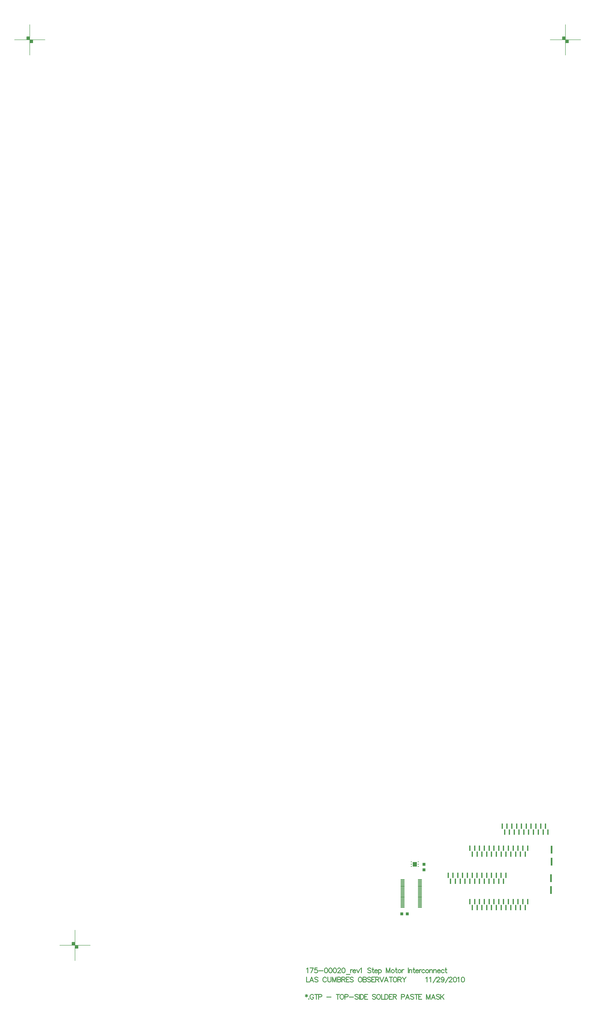
<source format=gtp>
%FSLAX23Y23*%
%MOIN*%
G70*
G01*
G75*
G04 Layer_Color=8421504*
%ADD10R,0.050X0.050*%
%ADD11R,0.030X0.125*%
%ADD12R,0.022X0.085*%
%ADD13O,0.024X0.010*%
%ADD14R,0.071X0.075*%
%ADD15O,0.069X0.012*%
%ADD16R,0.050X0.050*%
%ADD17C,0.030*%
%ADD18C,0.020*%
%ADD19C,0.010*%
%ADD20C,0.005*%
%ADD21C,0.012*%
%ADD22C,0.008*%
%ADD23C,0.012*%
%ADD24C,0.012*%
%ADD25C,0.134*%
%ADD26P,0.084X4X165.0*%
%ADD27C,0.059*%
%ADD28R,0.059X0.059*%
%ADD29R,0.059X0.059*%
%ADD30C,0.047*%
%ADD31C,0.024*%
%ADD32P,0.084X4X285.0*%
%ADD33C,0.050*%
%ADD34C,0.040*%
%ADD35C,0.174*%
%ADD36C,0.075*%
%ADD37C,0.087*%
G04:AMPARAMS|DCode=38|XSize=95.433mil|YSize=95.433mil|CornerRadius=0mil|HoleSize=0mil|Usage=FLASHONLY|Rotation=0.000|XOffset=0mil|YOffset=0mil|HoleType=Round|Shape=Relief|Width=10mil|Gap=10mil|Entries=4|*
%AMTHD38*
7,0,0,0.095,0.075,0.010,45*
%
%ADD38THD38*%
%ADD39C,0.068*%
G04:AMPARAMS|DCode=40|XSize=70mil|YSize=70mil|CornerRadius=0mil|HoleSize=0mil|Usage=FLASHONLY|Rotation=0.000|XOffset=0mil|YOffset=0mil|HoleType=Round|Shape=Relief|Width=10mil|Gap=10mil|Entries=4|*
%AMTHD40*
7,0,0,0.070,0.050,0.010,45*
%
%ADD40THD40*%
G04:AMPARAMS|DCode=41|XSize=88mil|YSize=88mil|CornerRadius=0mil|HoleSize=0mil|Usage=FLASHONLY|Rotation=0.000|XOffset=0mil|YOffset=0mil|HoleType=Round|Shape=Relief|Width=10mil|Gap=10mil|Entries=4|*
%AMTHD41*
7,0,0,0.088,0.068,0.010,45*
%
%ADD41THD41*%
%ADD42C,0.075*%
%ADD43C,0.010*%
%ADD44C,0.010*%
%ADD45C,0.024*%
%ADD46C,0.007*%
%ADD47C,0.008*%
%ADD48R,0.323X0.177*%
D10*
X40984Y21534D02*
D03*
Y21624D02*
D03*
D11*
X43060Y21399D02*
D03*
Y21203D02*
D03*
X43070Y21864D02*
D03*
Y21668D02*
D03*
D12*
X42481Y20917D02*
D03*
X42442Y21014D02*
D03*
X42402Y20917D02*
D03*
X42363Y21014D02*
D03*
X42324Y20917D02*
D03*
X42284Y21014D02*
D03*
X42245Y20917D02*
D03*
X42205Y21014D02*
D03*
X42166Y20917D02*
D03*
X42127Y21014D02*
D03*
X42087Y20917D02*
D03*
X42048Y21014D02*
D03*
X42009Y20917D02*
D03*
X41969Y21014D02*
D03*
X41930Y20917D02*
D03*
X41890Y21014D02*
D03*
X41851Y20917D02*
D03*
X41812Y21014D02*
D03*
X41772Y20917D02*
D03*
X41733Y21014D02*
D03*
X42560Y20917D02*
D03*
X42638D02*
D03*
X42520Y21014D02*
D03*
X42599D02*
D03*
X42678D02*
D03*
X42481Y21792D02*
D03*
X42442Y21889D02*
D03*
X42402Y21792D02*
D03*
X42363Y21889D02*
D03*
X42324Y21792D02*
D03*
X42284Y21889D02*
D03*
X42245Y21792D02*
D03*
X42205Y21889D02*
D03*
X42166Y21792D02*
D03*
X42127Y21889D02*
D03*
X42087Y21792D02*
D03*
X42048Y21889D02*
D03*
X42009Y21792D02*
D03*
X41969Y21889D02*
D03*
X41930Y21792D02*
D03*
X41890Y21889D02*
D03*
X41851Y21792D02*
D03*
X41812Y21889D02*
D03*
X41772Y21792D02*
D03*
X41733Y21889D02*
D03*
X42560Y21792D02*
D03*
X42638D02*
D03*
X42520Y21889D02*
D03*
X42599D02*
D03*
X42678D02*
D03*
X43009Y22152D02*
D03*
X42970Y22249D02*
D03*
X42931Y22152D02*
D03*
X42891Y22249D02*
D03*
X42852Y22152D02*
D03*
X42813Y22249D02*
D03*
X42773Y22152D02*
D03*
X42734Y22249D02*
D03*
X42694Y22152D02*
D03*
X42655Y22249D02*
D03*
X42616Y22152D02*
D03*
X42576Y22249D02*
D03*
X42537Y22152D02*
D03*
X42498Y22249D02*
D03*
X42458Y22152D02*
D03*
X42419Y22249D02*
D03*
X42379Y22152D02*
D03*
X42340Y22249D02*
D03*
X42301Y22152D02*
D03*
X42261Y22249D02*
D03*
X42126Y21347D02*
D03*
X42087Y21444D02*
D03*
X42047Y21347D02*
D03*
X42008Y21444D02*
D03*
X41969Y21347D02*
D03*
X41929Y21444D02*
D03*
X41890Y21347D02*
D03*
X41850Y21444D02*
D03*
X41811Y21347D02*
D03*
X41772Y21444D02*
D03*
X41732Y21347D02*
D03*
X41693Y21444D02*
D03*
X41654Y21347D02*
D03*
X41614Y21444D02*
D03*
X41575Y21347D02*
D03*
X41535Y21444D02*
D03*
X41496Y21347D02*
D03*
X41457Y21444D02*
D03*
X41417Y21347D02*
D03*
X41378Y21444D02*
D03*
X42205Y21347D02*
D03*
X42283D02*
D03*
X42165Y21444D02*
D03*
X42244D02*
D03*
X42323D02*
D03*
D13*
X40775Y21666D02*
D03*
Y21626D02*
D03*
Y21587D02*
D03*
X40890D02*
D03*
Y21626D02*
D03*
Y21666D02*
D03*
D14*
X40832Y21626D02*
D03*
D15*
X40632Y21375D02*
D03*
Y21355D02*
D03*
Y21336D02*
D03*
Y21316D02*
D03*
Y21296D02*
D03*
Y21276D02*
D03*
Y21257D02*
D03*
Y21237D02*
D03*
Y21217D02*
D03*
Y21198D02*
D03*
Y21178D02*
D03*
Y21158D02*
D03*
Y21139D02*
D03*
Y21119D02*
D03*
Y21099D02*
D03*
Y21080D02*
D03*
Y21060D02*
D03*
Y21040D02*
D03*
Y21021D02*
D03*
Y21001D02*
D03*
Y20981D02*
D03*
Y20962D02*
D03*
Y20942D02*
D03*
Y20922D02*
D03*
X40917Y21375D02*
D03*
Y21355D02*
D03*
Y21336D02*
D03*
Y21316D02*
D03*
Y21296D02*
D03*
Y21276D02*
D03*
Y21257D02*
D03*
Y21237D02*
D03*
Y21217D02*
D03*
Y21198D02*
D03*
Y21178D02*
D03*
Y21158D02*
D03*
Y21139D02*
D03*
X40917Y21119D02*
D03*
X40917Y21099D02*
D03*
Y21080D02*
D03*
Y21060D02*
D03*
Y21040D02*
D03*
Y21021D02*
D03*
Y21001D02*
D03*
Y20981D02*
D03*
Y20962D02*
D03*
Y20942D02*
D03*
Y20922D02*
D03*
D16*
X40710Y20816D02*
D03*
X40620D02*
D03*
D22*
X35245Y20325D02*
X35255D01*
X35245Y20320D02*
Y20330D01*
Y20320D02*
X35255D01*
Y20330D01*
X35245D02*
X35255D01*
X35240Y20315D02*
Y20330D01*
Y20315D02*
X35260D01*
Y20335D01*
X35240D02*
X35260D01*
X35235Y20310D02*
Y20335D01*
Y20310D02*
X35265D01*
Y20340D01*
X35235D02*
X35265D01*
X35230Y20305D02*
Y20345D01*
Y20305D02*
X35270D01*
Y20345D01*
X35230D02*
X35270D01*
X35295Y20275D02*
X35305D01*
X35295Y20270D02*
Y20280D01*
Y20270D02*
X35305D01*
Y20280D01*
X35295D02*
X35305D01*
X35290Y20265D02*
Y20280D01*
Y20265D02*
X35310D01*
Y20285D01*
X35290D02*
X35310D01*
X35285Y20260D02*
Y20285D01*
Y20260D02*
X35315D01*
Y20290D01*
X35285D02*
X35315D01*
X35280Y20255D02*
Y20295D01*
Y20255D02*
X35320D01*
Y20295D01*
X35280D02*
X35320D01*
X35275Y20250D02*
X35325D01*
Y20300D01*
X35225Y20350D02*
X35275D01*
X35225Y20300D02*
Y20350D01*
X35275Y20050D02*
Y20550D01*
X35025Y20300D02*
X35525D01*
X43265Y35125D02*
X43275D01*
X43265Y35120D02*
Y35130D01*
Y35120D02*
X43275D01*
Y35130D01*
X43265D02*
X43275D01*
X43260Y35115D02*
Y35130D01*
Y35115D02*
X43280D01*
Y35135D01*
X43260D02*
X43280D01*
X43255Y35110D02*
Y35135D01*
Y35110D02*
X43285D01*
Y35140D01*
X43255D02*
X43285D01*
X43250Y35105D02*
Y35145D01*
Y35105D02*
X43290D01*
Y35145D01*
X43250D02*
X43290D01*
X43315Y35075D02*
X43325D01*
X43315Y35070D02*
Y35080D01*
Y35070D02*
X43325D01*
Y35080D01*
X43315D02*
X43325D01*
X43310Y35065D02*
Y35080D01*
Y35065D02*
X43330D01*
Y35085D01*
X43310D02*
X43330D01*
X43305Y35060D02*
Y35085D01*
Y35060D02*
X43335D01*
Y35090D01*
X43305D02*
X43335D01*
X43300Y35055D02*
Y35095D01*
Y35055D02*
X43340D01*
Y35095D01*
X43300D02*
X43340D01*
X43295Y35050D02*
X43345D01*
Y35100D01*
X43245Y35150D02*
X43295D01*
X43245Y35100D02*
Y35150D01*
X43295Y34850D02*
Y35350D01*
X43045Y35100D02*
X43545D01*
X34505Y35125D02*
X34515D01*
X34505Y35120D02*
Y35130D01*
Y35120D02*
X34515D01*
Y35130D01*
X34505D02*
X34515D01*
X34500Y35115D02*
Y35130D01*
Y35115D02*
X34520D01*
Y35135D01*
X34500D02*
X34520D01*
X34495Y35110D02*
Y35135D01*
Y35110D02*
X34525D01*
Y35140D01*
X34495D02*
X34525D01*
X34490Y35105D02*
Y35145D01*
Y35105D02*
X34530D01*
Y35145D01*
X34490D02*
X34530D01*
X34555Y35075D02*
X34565D01*
X34555Y35070D02*
Y35080D01*
Y35070D02*
X34565D01*
Y35080D01*
X34555D02*
X34565D01*
X34550Y35065D02*
Y35080D01*
Y35065D02*
X34570D01*
Y35085D01*
X34550D02*
X34570D01*
X34545Y35060D02*
Y35085D01*
Y35060D02*
X34575D01*
Y35090D01*
X34545D02*
X34575D01*
X34540Y35055D02*
Y35095D01*
Y35055D02*
X34580D01*
Y35095D01*
X34540D02*
X34580D01*
X34535Y35050D02*
X34585D01*
Y35100D01*
X34485Y35150D02*
X34535D01*
X34485Y35100D02*
Y35150D01*
X34535Y34850D02*
Y35350D01*
X34285Y35100D02*
X34785D01*
D23*
X39062Y19780D02*
Y19700D01*
X39107D01*
X39177D02*
X39147Y19780D01*
X39116Y19700D01*
X39127Y19726D02*
X39166D01*
X39249Y19768D02*
X39241Y19776D01*
X39230Y19780D01*
X39215D01*
X39203Y19776D01*
X39196Y19768D01*
Y19761D01*
X39199Y19753D01*
X39203Y19749D01*
X39211Y19745D01*
X39234Y19738D01*
X39241Y19734D01*
X39245Y19730D01*
X39249Y19723D01*
Y19711D01*
X39241Y19704D01*
X39230Y19700D01*
X39215D01*
X39203Y19704D01*
X39196Y19711D01*
X39387Y19761D02*
X39383Y19768D01*
X39375Y19776D01*
X39368Y19780D01*
X39353D01*
X39345Y19776D01*
X39337Y19768D01*
X39334Y19761D01*
X39330Y19749D01*
Y19730D01*
X39334Y19719D01*
X39337Y19711D01*
X39345Y19704D01*
X39353Y19700D01*
X39368D01*
X39375Y19704D01*
X39383Y19711D01*
X39387Y19719D01*
X39409Y19780D02*
Y19723D01*
X39413Y19711D01*
X39421Y19704D01*
X39432Y19700D01*
X39440D01*
X39451Y19704D01*
X39459Y19711D01*
X39463Y19723D01*
Y19780D01*
X39485D02*
Y19700D01*
Y19780D02*
X39515Y19700D01*
X39546Y19780D02*
X39515Y19700D01*
X39546Y19780D02*
Y19700D01*
X39569Y19780D02*
Y19700D01*
Y19780D02*
X39603D01*
X39614Y19776D01*
X39618Y19772D01*
X39622Y19764D01*
Y19757D01*
X39618Y19749D01*
X39614Y19745D01*
X39603Y19742D01*
X39569D02*
X39603D01*
X39614Y19738D01*
X39618Y19734D01*
X39622Y19726D01*
Y19715D01*
X39618Y19707D01*
X39614Y19704D01*
X39603Y19700D01*
X39569D01*
X39640Y19780D02*
Y19700D01*
Y19780D02*
X39674D01*
X39685Y19776D01*
X39689Y19772D01*
X39693Y19764D01*
Y19757D01*
X39689Y19749D01*
X39685Y19745D01*
X39674Y19742D01*
X39640D01*
X39666D02*
X39693Y19700D01*
X39760Y19780D02*
X39711D01*
Y19700D01*
X39760D01*
X39711Y19742D02*
X39741D01*
X39827Y19768D02*
X39820Y19776D01*
X39808Y19780D01*
X39793D01*
X39781Y19776D01*
X39774Y19768D01*
Y19761D01*
X39778Y19753D01*
X39781Y19749D01*
X39789Y19745D01*
X39812Y19738D01*
X39820Y19734D01*
X39823Y19730D01*
X39827Y19723D01*
Y19711D01*
X39820Y19704D01*
X39808Y19700D01*
X39793D01*
X39781Y19704D01*
X39774Y19711D01*
X39931Y19780D02*
X39923Y19776D01*
X39916Y19768D01*
X39912Y19761D01*
X39908Y19749D01*
Y19730D01*
X39912Y19719D01*
X39916Y19711D01*
X39923Y19704D01*
X39931Y19700D01*
X39946D01*
X39954Y19704D01*
X39961Y19711D01*
X39965Y19719D01*
X39969Y19730D01*
Y19749D01*
X39965Y19761D01*
X39961Y19768D01*
X39954Y19776D01*
X39946Y19780D01*
X39931D01*
X39987D02*
Y19700D01*
Y19780D02*
X40022D01*
X40033Y19776D01*
X40037Y19772D01*
X40041Y19764D01*
Y19757D01*
X40037Y19749D01*
X40033Y19745D01*
X40022Y19742D01*
X39987D02*
X40022D01*
X40033Y19738D01*
X40037Y19734D01*
X40041Y19726D01*
Y19715D01*
X40037Y19707D01*
X40033Y19704D01*
X40022Y19700D01*
X39987D01*
X40112Y19768D02*
X40104Y19776D01*
X40093Y19780D01*
X40078D01*
X40066Y19776D01*
X40059Y19768D01*
Y19761D01*
X40063Y19753D01*
X40066Y19749D01*
X40074Y19745D01*
X40097Y19738D01*
X40104Y19734D01*
X40108Y19730D01*
X40112Y19723D01*
Y19711D01*
X40104Y19704D01*
X40093Y19700D01*
X40078D01*
X40066Y19704D01*
X40059Y19711D01*
X40179Y19780D02*
X40130D01*
Y19700D01*
X40179D01*
X40130Y19742D02*
X40160D01*
X40193Y19780D02*
Y19700D01*
Y19780D02*
X40227D01*
X40238Y19776D01*
X40242Y19772D01*
X40246Y19764D01*
Y19757D01*
X40242Y19749D01*
X40238Y19745D01*
X40227Y19742D01*
X40193D01*
X40219D02*
X40246Y19700D01*
X40264Y19780D02*
X40294Y19700D01*
X40325Y19780D02*
X40294Y19700D01*
X40396D02*
X40366Y19780D01*
X40335Y19700D01*
X40347Y19726D02*
X40385D01*
X40441Y19780D02*
Y19700D01*
X40415Y19780D02*
X40468D01*
X40501D02*
X40493Y19776D01*
X40485Y19768D01*
X40481Y19761D01*
X40478Y19749D01*
Y19730D01*
X40481Y19719D01*
X40485Y19711D01*
X40493Y19704D01*
X40501Y19700D01*
X40516D01*
X40523Y19704D01*
X40531Y19711D01*
X40535Y19719D01*
X40539Y19730D01*
Y19749D01*
X40535Y19761D01*
X40531Y19768D01*
X40523Y19776D01*
X40516Y19780D01*
X40501D01*
X40557D02*
Y19700D01*
Y19780D02*
X40592D01*
X40603Y19776D01*
X40607Y19772D01*
X40611Y19764D01*
Y19757D01*
X40607Y19749D01*
X40603Y19745D01*
X40592Y19742D01*
X40557D01*
X40584D02*
X40611Y19700D01*
X40629Y19780D02*
X40659Y19742D01*
Y19700D01*
X40689Y19780D02*
X40659Y19742D01*
X41014Y19764D02*
X41022Y19768D01*
X41033Y19780D01*
Y19700D01*
X41073Y19764D02*
X41080Y19768D01*
X41092Y19780D01*
Y19700D01*
X41131Y19688D02*
X41185Y19780D01*
X41194Y19761D02*
Y19764D01*
X41198Y19772D01*
X41201Y19776D01*
X41209Y19780D01*
X41224D01*
X41232Y19776D01*
X41236Y19772D01*
X41239Y19764D01*
Y19757D01*
X41236Y19749D01*
X41228Y19738D01*
X41190Y19700D01*
X41243D01*
X41311Y19753D02*
X41307Y19742D01*
X41299Y19734D01*
X41288Y19730D01*
X41284D01*
X41273Y19734D01*
X41265Y19742D01*
X41261Y19753D01*
Y19757D01*
X41265Y19768D01*
X41273Y19776D01*
X41284Y19780D01*
X41288D01*
X41299Y19776D01*
X41307Y19768D01*
X41311Y19753D01*
Y19734D01*
X41307Y19715D01*
X41299Y19704D01*
X41288Y19700D01*
X41280D01*
X41269Y19704D01*
X41265Y19711D01*
X41332Y19688D02*
X41386Y19780D01*
X41395Y19761D02*
Y19764D01*
X41399Y19772D01*
X41402Y19776D01*
X41410Y19780D01*
X41425D01*
X41433Y19776D01*
X41437Y19772D01*
X41441Y19764D01*
Y19757D01*
X41437Y19749D01*
X41429Y19738D01*
X41391Y19700D01*
X41444D01*
X41485Y19780D02*
X41474Y19776D01*
X41466Y19764D01*
X41462Y19745D01*
Y19734D01*
X41466Y19715D01*
X41474Y19704D01*
X41485Y19700D01*
X41493D01*
X41504Y19704D01*
X41512Y19715D01*
X41516Y19734D01*
Y19745D01*
X41512Y19764D01*
X41504Y19776D01*
X41493Y19780D01*
X41485D01*
X41533Y19764D02*
X41541Y19768D01*
X41552Y19780D01*
Y19700D01*
X41615Y19780D02*
X41604Y19776D01*
X41596Y19764D01*
X41592Y19745D01*
Y19734D01*
X41596Y19715D01*
X41604Y19704D01*
X41615Y19700D01*
X41623D01*
X41634Y19704D01*
X41642Y19715D01*
X41645Y19734D01*
Y19745D01*
X41642Y19764D01*
X41634Y19776D01*
X41623Y19780D01*
X41615D01*
D24*
X39060Y19499D02*
Y19453D01*
X39041Y19488D02*
X39079Y19465D01*
Y19488D02*
X39041Y19465D01*
X39099Y19427D02*
X39095Y19423D01*
X39099Y19419D01*
X39103Y19423D01*
X39099Y19427D01*
X39177Y19480D02*
X39173Y19488D01*
X39166Y19495D01*
X39158Y19499D01*
X39143D01*
X39135Y19495D01*
X39128Y19488D01*
X39124Y19480D01*
X39120Y19469D01*
Y19450D01*
X39124Y19438D01*
X39128Y19431D01*
X39135Y19423D01*
X39143Y19419D01*
X39158D01*
X39166Y19423D01*
X39173Y19431D01*
X39177Y19438D01*
Y19450D01*
X39158D02*
X39177D01*
X39222Y19499D02*
Y19419D01*
X39196Y19499D02*
X39249D01*
X39258Y19457D02*
X39293D01*
X39304Y19461D01*
X39308Y19465D01*
X39312Y19473D01*
Y19484D01*
X39308Y19492D01*
X39304Y19495D01*
X39293Y19499D01*
X39258D01*
Y19419D01*
X39392Y19453D02*
X39461D01*
X39574Y19499D02*
Y19419D01*
X39548Y19499D02*
X39601D01*
X39633D02*
X39626Y19495D01*
X39618Y19488D01*
X39614Y19480D01*
X39610Y19469D01*
Y19450D01*
X39614Y19438D01*
X39618Y19431D01*
X39626Y19423D01*
X39633Y19419D01*
X39648D01*
X39656Y19423D01*
X39664Y19431D01*
X39667Y19438D01*
X39671Y19450D01*
Y19469D01*
X39667Y19480D01*
X39664Y19488D01*
X39656Y19495D01*
X39648Y19499D01*
X39633D01*
X39690Y19457D02*
X39724D01*
X39736Y19461D01*
X39739Y19465D01*
X39743Y19473D01*
Y19484D01*
X39739Y19492D01*
X39736Y19495D01*
X39724Y19499D01*
X39690D01*
Y19419D01*
X39761Y19453D02*
X39830D01*
X39907Y19488D02*
X39899Y19495D01*
X39888Y19499D01*
X39872D01*
X39861Y19495D01*
X39853Y19488D01*
Y19480D01*
X39857Y19473D01*
X39861Y19469D01*
X39869Y19465D01*
X39891Y19457D01*
X39899Y19453D01*
X39903Y19450D01*
X39907Y19442D01*
Y19431D01*
X39899Y19423D01*
X39888Y19419D01*
X39872D01*
X39861Y19423D01*
X39853Y19431D01*
X39925Y19499D02*
Y19419D01*
X39941Y19499D02*
Y19419D01*
Y19499D02*
X39968D01*
X39979Y19495D01*
X39987Y19488D01*
X39991Y19480D01*
X39995Y19469D01*
Y19450D01*
X39991Y19438D01*
X39987Y19431D01*
X39979Y19423D01*
X39968Y19419D01*
X39941D01*
X40062Y19499D02*
X40013D01*
Y19419D01*
X40062D01*
X40013Y19461D02*
X40043D01*
X40192Y19488D02*
X40184Y19495D01*
X40173Y19499D01*
X40157D01*
X40146Y19495D01*
X40138Y19488D01*
Y19480D01*
X40142Y19473D01*
X40146Y19469D01*
X40153Y19465D01*
X40176Y19457D01*
X40184Y19453D01*
X40188Y19450D01*
X40192Y19442D01*
Y19431D01*
X40184Y19423D01*
X40173Y19419D01*
X40157D01*
X40146Y19423D01*
X40138Y19431D01*
X40232Y19499D02*
X40225Y19495D01*
X40217Y19488D01*
X40213Y19480D01*
X40209Y19469D01*
Y19450D01*
X40213Y19438D01*
X40217Y19431D01*
X40225Y19423D01*
X40232Y19419D01*
X40248D01*
X40255Y19423D01*
X40263Y19431D01*
X40267Y19438D01*
X40270Y19450D01*
Y19469D01*
X40267Y19480D01*
X40263Y19488D01*
X40255Y19495D01*
X40248Y19499D01*
X40232D01*
X40289D02*
Y19419D01*
X40335D01*
X40344Y19499D02*
Y19419D01*
Y19499D02*
X40370D01*
X40382Y19495D01*
X40389Y19488D01*
X40393Y19480D01*
X40397Y19469D01*
Y19450D01*
X40393Y19438D01*
X40389Y19431D01*
X40382Y19423D01*
X40370Y19419D01*
X40344D01*
X40464Y19499D02*
X40415D01*
Y19419D01*
X40464D01*
X40415Y19461D02*
X40445D01*
X40478Y19499D02*
Y19419D01*
Y19499D02*
X40512D01*
X40523Y19495D01*
X40527Y19492D01*
X40531Y19484D01*
Y19476D01*
X40527Y19469D01*
X40523Y19465D01*
X40512Y19461D01*
X40478D01*
X40504D02*
X40531Y19419D01*
X40612Y19457D02*
X40646D01*
X40657Y19461D01*
X40661Y19465D01*
X40665Y19473D01*
Y19484D01*
X40661Y19492D01*
X40657Y19495D01*
X40646Y19499D01*
X40612D01*
Y19419D01*
X40744D02*
X40713Y19499D01*
X40683Y19419D01*
X40694Y19446D02*
X40732D01*
X40816Y19488D02*
X40808Y19495D01*
X40797Y19499D01*
X40782D01*
X40770Y19495D01*
X40762Y19488D01*
Y19480D01*
X40766Y19473D01*
X40770Y19469D01*
X40778Y19465D01*
X40801Y19457D01*
X40808Y19453D01*
X40812Y19450D01*
X40816Y19442D01*
Y19431D01*
X40808Y19423D01*
X40797Y19419D01*
X40782D01*
X40770Y19423D01*
X40762Y19431D01*
X40860Y19499D02*
Y19419D01*
X40834Y19499D02*
X40887D01*
X40946D02*
X40897D01*
Y19419D01*
X40946D01*
X40897Y19461D02*
X40927D01*
X41022Y19499D02*
Y19419D01*
Y19499D02*
X41053Y19419D01*
X41083Y19499D02*
X41053Y19419D01*
X41083Y19499D02*
Y19419D01*
X41167D02*
X41136Y19499D01*
X41106Y19419D01*
X41117Y19446D02*
X41156D01*
X41239Y19488D02*
X41231Y19495D01*
X41220Y19499D01*
X41205D01*
X41193Y19495D01*
X41186Y19488D01*
Y19480D01*
X41189Y19473D01*
X41193Y19469D01*
X41201Y19465D01*
X41224Y19457D01*
X41231Y19453D01*
X41235Y19450D01*
X41239Y19442D01*
Y19431D01*
X41231Y19423D01*
X41220Y19419D01*
X41205D01*
X41193Y19423D01*
X41186Y19431D01*
X41257Y19499D02*
Y19419D01*
X41310Y19499D02*
X41257Y19446D01*
X41276Y19465D02*
X41310Y19419D01*
X39062Y19915D02*
X39069Y19918D01*
X39081Y19930D01*
Y19850D01*
X39174Y19930D02*
X39135Y19850D01*
X39120Y19930D02*
X39174D01*
X39237D02*
X39199D01*
X39195Y19895D01*
X39199Y19899D01*
X39211Y19903D01*
X39222D01*
X39233Y19899D01*
X39241Y19892D01*
X39245Y19880D01*
Y19873D01*
X39241Y19861D01*
X39233Y19854D01*
X39222Y19850D01*
X39211D01*
X39199Y19854D01*
X39195Y19857D01*
X39191Y19865D01*
X39263Y19884D02*
X39331D01*
X39378Y19930D02*
X39366Y19926D01*
X39359Y19915D01*
X39355Y19895D01*
Y19884D01*
X39359Y19865D01*
X39366Y19854D01*
X39378Y19850D01*
X39385D01*
X39397Y19854D01*
X39404Y19865D01*
X39408Y19884D01*
Y19895D01*
X39404Y19915D01*
X39397Y19926D01*
X39385Y19930D01*
X39378D01*
X39449D02*
X39438Y19926D01*
X39430Y19915D01*
X39426Y19895D01*
Y19884D01*
X39430Y19865D01*
X39438Y19854D01*
X39449Y19850D01*
X39457D01*
X39468Y19854D01*
X39476Y19865D01*
X39479Y19884D01*
Y19895D01*
X39476Y19915D01*
X39468Y19926D01*
X39457Y19930D01*
X39449D01*
X39520D02*
X39509Y19926D01*
X39501Y19915D01*
X39497Y19895D01*
Y19884D01*
X39501Y19865D01*
X39509Y19854D01*
X39520Y19850D01*
X39528D01*
X39539Y19854D01*
X39547Y19865D01*
X39551Y19884D01*
Y19895D01*
X39547Y19915D01*
X39539Y19926D01*
X39528Y19930D01*
X39520D01*
X39572Y19911D02*
Y19915D01*
X39576Y19922D01*
X39580Y19926D01*
X39588Y19930D01*
X39603D01*
X39610Y19926D01*
X39614Y19922D01*
X39618Y19915D01*
Y19907D01*
X39614Y19899D01*
X39607Y19888D01*
X39569Y19850D01*
X39622D01*
X39663Y19930D02*
X39651Y19926D01*
X39644Y19915D01*
X39640Y19895D01*
Y19884D01*
X39644Y19865D01*
X39651Y19854D01*
X39663Y19850D01*
X39670D01*
X39682Y19854D01*
X39689Y19865D01*
X39693Y19884D01*
Y19895D01*
X39689Y19915D01*
X39682Y19926D01*
X39670Y19930D01*
X39663D01*
X39711Y19823D02*
X39772D01*
X39782Y19903D02*
Y19850D01*
Y19880D02*
X39786Y19892D01*
X39794Y19899D01*
X39801Y19903D01*
X39813D01*
X39820Y19880D02*
X39866D01*
Y19888D01*
X39862Y19895D01*
X39858Y19899D01*
X39850Y19903D01*
X39839D01*
X39831Y19899D01*
X39824Y19892D01*
X39820Y19880D01*
Y19873D01*
X39824Y19861D01*
X39831Y19854D01*
X39839Y19850D01*
X39850D01*
X39858Y19854D01*
X39866Y19861D01*
X39883Y19903D02*
X39906Y19850D01*
X39928Y19903D02*
X39906Y19850D01*
X39941Y19915D02*
X39949Y19918D01*
X39960Y19930D01*
Y19850D01*
X40116Y19918D02*
X40109Y19926D01*
X40097Y19930D01*
X40082D01*
X40071Y19926D01*
X40063Y19918D01*
Y19911D01*
X40067Y19903D01*
X40071Y19899D01*
X40078Y19895D01*
X40101Y19888D01*
X40109Y19884D01*
X40112Y19880D01*
X40116Y19873D01*
Y19861D01*
X40109Y19854D01*
X40097Y19850D01*
X40082D01*
X40071Y19854D01*
X40063Y19861D01*
X40146Y19930D02*
Y19865D01*
X40149Y19854D01*
X40157Y19850D01*
X40165D01*
X40134Y19903D02*
X40161D01*
X40176Y19880D02*
X40222D01*
Y19888D01*
X40218Y19895D01*
X40214Y19899D01*
X40206Y19903D01*
X40195D01*
X40187Y19899D01*
X40180Y19892D01*
X40176Y19880D01*
Y19873D01*
X40180Y19861D01*
X40187Y19854D01*
X40195Y19850D01*
X40206D01*
X40214Y19854D01*
X40222Y19861D01*
X40239Y19903D02*
Y19823D01*
Y19892D02*
X40246Y19899D01*
X40254Y19903D01*
X40266D01*
X40273Y19899D01*
X40281Y19892D01*
X40285Y19880D01*
Y19873D01*
X40281Y19861D01*
X40273Y19854D01*
X40266Y19850D01*
X40254D01*
X40246Y19854D01*
X40239Y19861D01*
X40365Y19930D02*
Y19850D01*
Y19930D02*
X40395Y19850D01*
X40425Y19930D02*
X40395Y19850D01*
X40425Y19930D02*
Y19850D01*
X40467Y19903D02*
X40460Y19899D01*
X40452Y19892D01*
X40448Y19880D01*
Y19873D01*
X40452Y19861D01*
X40460Y19854D01*
X40467Y19850D01*
X40479D01*
X40486Y19854D01*
X40494Y19861D01*
X40498Y19873D01*
Y19880D01*
X40494Y19892D01*
X40486Y19899D01*
X40479Y19903D01*
X40467D01*
X40527Y19930D02*
Y19865D01*
X40531Y19854D01*
X40538Y19850D01*
X40546D01*
X40515Y19903D02*
X40542D01*
X40576D02*
X40569Y19899D01*
X40561Y19892D01*
X40557Y19880D01*
Y19873D01*
X40561Y19861D01*
X40569Y19854D01*
X40576Y19850D01*
X40588D01*
X40595Y19854D01*
X40603Y19861D01*
X40607Y19873D01*
Y19880D01*
X40603Y19892D01*
X40595Y19899D01*
X40588Y19903D01*
X40576D01*
X40624D02*
Y19850D01*
Y19880D02*
X40628Y19892D01*
X40636Y19899D01*
X40643Y19903D01*
X40655D01*
X40725Y19930D02*
Y19850D01*
X40742Y19903D02*
Y19850D01*
Y19888D02*
X40753Y19899D01*
X40761Y19903D01*
X40772D01*
X40780Y19899D01*
X40784Y19888D01*
Y19850D01*
X40816Y19930D02*
Y19865D01*
X40820Y19854D01*
X40827Y19850D01*
X40835D01*
X40804Y19903D02*
X40831D01*
X40846Y19880D02*
X40892D01*
Y19888D01*
X40888Y19895D01*
X40884Y19899D01*
X40877Y19903D01*
X40865D01*
X40858Y19899D01*
X40850Y19892D01*
X40846Y19880D01*
Y19873D01*
X40850Y19861D01*
X40858Y19854D01*
X40865Y19850D01*
X40877D01*
X40884Y19854D01*
X40892Y19861D01*
X40909Y19903D02*
Y19850D01*
Y19880D02*
X40913Y19892D01*
X40921Y19899D01*
X40928Y19903D01*
X40940D01*
X40993Y19892D02*
X40985Y19899D01*
X40977Y19903D01*
X40966D01*
X40958Y19899D01*
X40951Y19892D01*
X40947Y19880D01*
Y19873D01*
X40951Y19861D01*
X40958Y19854D01*
X40966Y19850D01*
X40977D01*
X40985Y19854D01*
X40993Y19861D01*
X41029Y19903D02*
X41021Y19899D01*
X41014Y19892D01*
X41010Y19880D01*
Y19873D01*
X41014Y19861D01*
X41021Y19854D01*
X41029Y19850D01*
X41040D01*
X41048Y19854D01*
X41055Y19861D01*
X41059Y19873D01*
Y19880D01*
X41055Y19892D01*
X41048Y19899D01*
X41040Y19903D01*
X41029D01*
X41077D02*
Y19850D01*
Y19888D02*
X41088Y19899D01*
X41096Y19903D01*
X41107D01*
X41115Y19899D01*
X41119Y19888D01*
Y19850D01*
X41140Y19903D02*
Y19850D01*
Y19888D02*
X41151Y19899D01*
X41159Y19903D01*
X41170D01*
X41178Y19899D01*
X41182Y19888D01*
Y19850D01*
X41202Y19880D02*
X41248D01*
Y19888D01*
X41244Y19895D01*
X41241Y19899D01*
X41233Y19903D01*
X41222D01*
X41214Y19899D01*
X41206Y19892D01*
X41202Y19880D01*
Y19873D01*
X41206Y19861D01*
X41214Y19854D01*
X41222Y19850D01*
X41233D01*
X41241Y19854D01*
X41248Y19861D01*
X41311Y19892D02*
X41303Y19899D01*
X41296Y19903D01*
X41284D01*
X41277Y19899D01*
X41269Y19892D01*
X41265Y19880D01*
Y19873D01*
X41269Y19861D01*
X41277Y19854D01*
X41284Y19850D01*
X41296D01*
X41303Y19854D01*
X41311Y19861D01*
X41340Y19930D02*
Y19865D01*
X41343Y19854D01*
X41351Y19850D01*
X41359D01*
X41328Y19903D02*
X41355D01*
M02*

</source>
